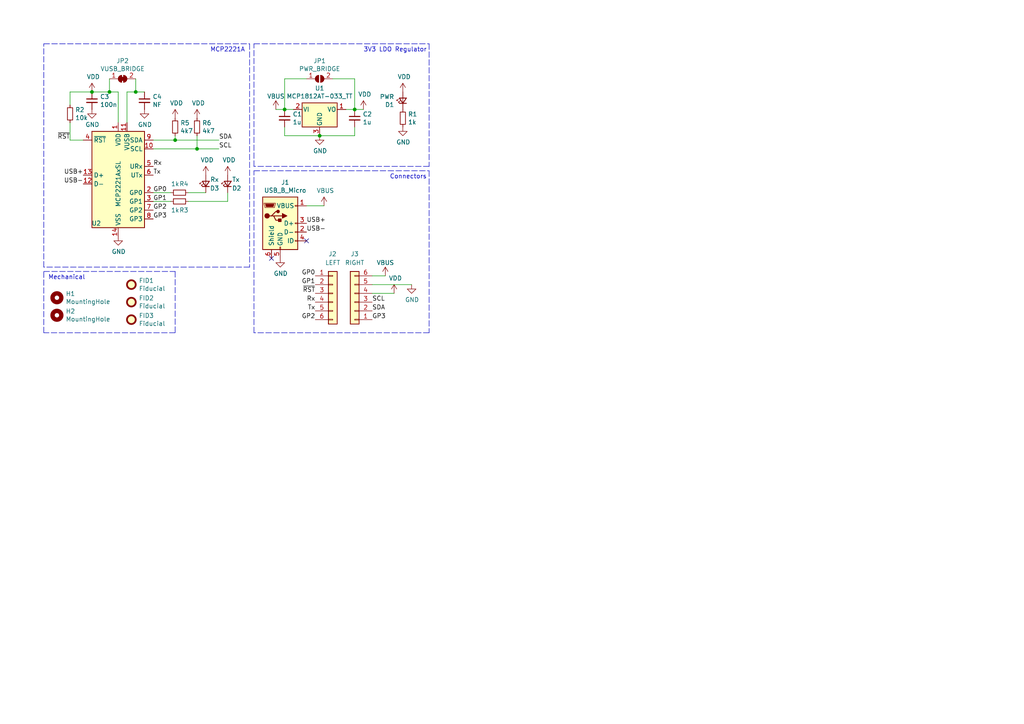
<source format=kicad_sch>
(kicad_sch (version 20211123) (generator eeschema)
  (paper "A4")
  (lib_symbols
    (symbol "Connector:USB_B_Micro" (pin_names (offset 1.016))
      (property "Reference" "J" (at -5.08 11.43 0))
      (property "Value" "USB_B_Micro" (at -5.08 8.89 0))
      (symbol "USB_B_Micro_0_1"
        (rectangle (start -5.08 -7.62) (end 5.08 7.62) (stroke (width 0.254)) (fill (type background)))
        (circle (center -3.81 2.159) (radius 0.635) (stroke (width 0.254)) (fill (type outline)))
        (circle (center -0.635 3.429) (radius 0.381) (stroke (width 0.254)) (fill (type outline)))
        (rectangle (start -0.127 -7.62) (end 0.127 -6.858))
        (polyline (pts (xy -1.905 2.159) (xy 0.635 2.159)) (stroke (width 0.254)))
        (polyline (pts (xy -3.175 2.159) (xy -2.54 2.159) (xy -1.27 3.429) (xy -0.635 3.429)) (stroke (width 0.254)))
        (polyline (pts (xy -2.54 2.159) (xy -1.905 2.159) (xy -1.27 0.889) (xy 0 0.889)) (stroke (width 0.254)))
        (polyline (pts (xy 0.635 2.794) (xy 0.635 1.524) (xy 1.905 2.159) (xy 0.635 2.794)) (stroke (width 0.254)) (fill (type outline)))
        (polyline (pts (xy -4.318 5.588) (xy -1.778 5.588) (xy -2.032 4.826) (xy -4.064 4.826) (xy -4.318 5.588)) (fill (type outline)))
        (polyline (pts (xy -4.699 5.842) (xy -4.699 5.588) (xy -4.445 4.826) (xy -4.445 4.572) (xy -1.651 4.572) (xy -1.651 4.826) (xy -1.397 5.588) (xy -1.397 5.842) (xy -4.699 5.842)))
        (rectangle (start 0.254 1.27) (end -0.508 0.508) (stroke (width 0.254)) (fill (type outline)))
        (rectangle (start 5.08 -5.207) (end 4.318 -4.953))
        (rectangle (start 5.08 -2.667) (end 4.318 -2.413))
        (rectangle (start 5.08 -0.127) (end 4.318 0.127))
        (rectangle (start 5.08 4.953) (end 4.318 5.207))
      )
      (symbol "USB_B_Micro_1_1"
        (pin power_out line (at 7.62 5.08 180) (length 2.54) (name "VBUS") (number "1"))
        (pin bidirectional line (at 7.62 -2.54 180) (length 2.54) (name "D-") (number "2"))
        (pin bidirectional line (at 7.62 0 180) (length 2.54) (name "D+") (number "3"))
        (pin passive line (at 7.62 -5.08 180) (length 2.54) (name "ID") (number "4"))
        (pin power_out line (at 0 -10.16 90) (length 2.54) (name "GND") (number "5"))
        (pin passive line (at -2.54 -10.16 90) (length 2.54) (name "Shield") (number "6"))
      )
    )
    (symbol "Connector_Generic:Conn_01x06" (pin_names (offset 1.016) hide)
      (property "Reference" "J" (at 0 7.62 0))
      (property "Value" "Conn_01x06" (at 0 -10.16 0))
      (symbol "Conn_01x06_1_1"
        (rectangle (start -1.27 -7.493) (end 0 -7.747) (stroke (width 0.1524)))
        (rectangle (start -1.27 -4.953) (end 0 -5.207) (stroke (width 0.1524)))
        (rectangle (start -1.27 -2.413) (end 0 -2.667) (stroke (width 0.1524)))
        (rectangle (start -1.27 0.127) (end 0 -0.127) (stroke (width 0.1524)))
        (rectangle (start -1.27 2.667) (end 0 2.413) (stroke (width 0.1524)))
        (rectangle (start -1.27 5.207) (end 0 4.953) (stroke (width 0.1524)))
        (rectangle (start -1.27 6.35) (end 1.27 -8.89) (stroke (width 0.254)) (fill (type background)))
        (pin passive line (at -5.08 5.08 0) (length 3.81) (name "Pin_1") (number "1"))
        (pin passive line (at -5.08 2.54 0) (length 3.81) (name "Pin_2") (number "2"))
        (pin passive line (at -5.08 0 0) (length 3.81) (name "Pin_3") (number "3"))
        (pin passive line (at -5.08 -2.54 0) (length 3.81) (name "Pin_4") (number "4"))
        (pin passive line (at -5.08 -5.08 0) (length 3.81) (name "Pin_5") (number "5"))
        (pin passive line (at -5.08 -7.62 0) (length 3.81) (name "Pin_6") (number "6"))
      )
    )
    (symbol "Device:C_Small" (pin_numbers hide) (pin_names (offset 0.254) hide)
      (property "Reference" "C" (at 0.254 1.778 0))
      (property "Value" "C_Small" (at 0.254 -2.032 0))
      (symbol "C_Small_0_1"
        (polyline (pts (xy -1.524 -0.508) (xy 1.524 -0.508)) (stroke (width 0.3302)))
        (polyline (pts (xy -1.524 0.508) (xy 1.524 0.508)) (stroke (width 0.3048)))
      )
      (symbol "C_Small_1_1"
        (pin passive line (at 0 2.54 270) (length 2.032) (name "~") (number "1"))
        (pin passive line (at 0 -2.54 90) (length 2.032) (name "~") (number "2"))
      )
    )
    (symbol "Device:LED_Small" (pin_numbers hide) (pin_names (offset 0.254) hide)
      (property "Reference" "D" (at -1.27 3.175 0))
      (property "Value" "LED_Small" (at -4.445 -2.54 0))
      (symbol "LED_Small_0_1"
        (polyline (pts (xy -0.762 -1.016) (xy -0.762 1.016)) (stroke (width 0.254)))
        (polyline (pts (xy 1.016 0) (xy -0.762 0)))
        (polyline (pts (xy 0.762 -1.016) (xy -0.762 0) (xy 0.762 1.016) (xy 0.762 -1.016)) (stroke (width 0.254)))
        (polyline (pts (xy 0 0.762) (xy -0.508 1.27) (xy -0.254 1.27) (xy -0.508 1.27) (xy -0.508 1.016)))
        (polyline (pts (xy 0.508 1.27) (xy 0 1.778) (xy 0.254 1.778) (xy 0 1.778) (xy 0 1.524)))
      )
      (symbol "LED_Small_1_1"
        (pin passive line (at -2.54 0 0) (length 1.778) (name "K") (number "1"))
        (pin passive line (at 2.54 0 180) (length 1.778) (name "A") (number "2"))
      )
    )
    (symbol "Device:R_Small" (pin_numbers hide) (pin_names (offset 0.254) hide)
      (property "Reference" "R" (at 0.762 0.508 0))
      (property "Value" "R_Small" (at 0.762 -1.016 0))
      (symbol "R_Small_0_1"
        (rectangle (start -0.762 1.778) (end 0.762 -1.778) (stroke (width 0.2032)))
      )
      (symbol "R_Small_1_1"
        (pin passive line (at 0 2.54 270) (length 0.762) (name "~") (number "1"))
        (pin passive line (at 0 -2.54 90) (length 0.762) (name "~") (number "2"))
      )
    )
    (symbol "Interface_USB:MCP2221AxSL"
      (property "Reference" "U" (at -7.62 16.51 0))
      (property "Value" "MCP2221AxSL" (at 12.7 16.51 0))
      (symbol "MCP2221AxSL_0_1"
        (rectangle (start -7.62 15.24) (end 7.62 -12.7) (stroke (width 0.254)) (fill (type background)))
      )
      (symbol "MCP2221AxSL_1_1"
        (pin power_in line (at 0 17.78 270) (length 2.54) (name "VDD") (number "1"))
        (pin bidirectional line (at 10.16 10.16 180) (length 2.54) (name "SCL") (number "10"))
        (pin passive line (at 2.54 17.78 270) (length 2.54) (name "VUSB") (number "11"))
        (pin bidirectional line (at -10.16 0 0) (length 2.54) (name "D-") (number "12"))
        (pin bidirectional line (at -10.16 2.54 0) (length 2.54) (name "D+") (number "13"))
        (pin power_in line (at 0 -15.24 90) (length 2.54) (name "VSS") (number "14"))
        (pin bidirectional line (at 10.16 -2.54 180) (length 2.54) (name "GP0") (number "2"))
        (pin bidirectional line (at 10.16 -5.08 180) (length 2.54) (name "GP1") (number "3"))
        (pin input line (at -10.16 12.7 0) (length 2.54) (name "~{RST}") (number "4"))
        (pin input line (at 10.16 5.08 180) (length 2.54) (name "URx") (number "5"))
        (pin output line (at 10.16 2.54 180) (length 2.54) (name "UTx") (number "6"))
        (pin bidirectional line (at 10.16 -7.62 180) (length 2.54) (name "GP2") (number "7"))
        (pin bidirectional line (at 10.16 -10.16 180) (length 2.54) (name "GP3") (number "8"))
        (pin bidirectional line (at 10.16 12.7 180) (length 2.54) (name "SDA") (number "9"))
      )
    )
    (symbol "Jumper:SolderJumper_2_Bridged" (pin_names (offset 0) hide)
      (property "Reference" "JP" (at 0 2.032 0))
      (property "Value" "SolderJumper_2_Bridged" (at 0 -2.54 0))
      (symbol "SolderJumper_2_Bridged_0_1"
        (rectangle (start -0.508 0.508) (end 0.508 -0.508) (fill (type outline)))
        (arc (start -0.254 1.016) (mid -1.27 0) (end -0.254 -1.016))
        (arc (start -0.254 1.016) (mid -1.27 0) (end -0.254 -1.016) (fill (type outline)))
        (polyline (pts (xy -0.254 1.016) (xy -0.254 -1.016)))
        (polyline (pts (xy 0.254 1.016) (xy 0.254 -1.016)))
        (arc (start 0.254 -1.016) (mid 1.27 0) (end 0.254 1.016))
        (arc (start 0.254 -1.016) (mid 1.27 0) (end 0.254 1.016) (fill (type outline)))
      )
      (symbol "SolderJumper_2_Bridged_1_1"
        (pin passive line (at -3.81 0 0) (length 2.54) (name "A") (number "1"))
        (pin passive line (at 3.81 0 180) (length 2.54) (name "B") (number "2"))
      )
    )
    (symbol "Jumper:SolderJumper_2_Open" (pin_names (offset 0) hide)
      (property "Reference" "JP" (at 0 2.032 0))
      (property "Value" "SolderJumper_2_Open" (at 0 -2.54 0))
      (symbol "SolderJumper_2_Open_0_1"
        (arc (start -0.254 1.016) (mid -1.27 0) (end -0.254 -1.016))
        (arc (start -0.254 1.016) (mid -1.27 0) (end -0.254 -1.016) (fill (type outline)))
        (polyline (pts (xy -0.254 1.016) (xy -0.254 -1.016)))
        (polyline (pts (xy 0.254 1.016) (xy 0.254 -1.016)))
        (arc (start 0.254 -1.016) (mid 1.27 0) (end 0.254 1.016))
        (arc (start 0.254 -1.016) (mid 1.27 0) (end 0.254 1.016) (fill (type outline)))
      )
      (symbol "SolderJumper_2_Open_1_1"
        (pin passive line (at -3.81 0 0) (length 2.54) (name "A") (number "1"))
        (pin passive line (at 3.81 0 180) (length 2.54) (name "B") (number "2"))
      )
    )
    (symbol "Mechanical:Fiducial"
      (property "Reference" "FID" (at 0 5.08 0))
      (property "Value" "Fiducial" (at 0 3.175 0))
      (symbol "Fiducial_0_1"
        (circle (center 0 0) (radius 1.27) (stroke (width 0.508)) (fill (type background)))
      )
    )
    (symbol "Mechanical:MountingHole" (pin_names (offset 1.016))
      (property "Reference" "H" (at 0 5.08 0))
      (property "Value" "MountingHole" (at 0 3.175 0))
      (symbol "MountingHole_0_1"
        (circle (center 0 0) (radius 1.27) (stroke (width 1.27)))
      )
    )
    (symbol "mcp2221a-breakout:MCP1812AT-033_TT" (pin_names (offset 0.254))
      (property "Reference" "U" (at -3.81 3.175 0))
      (property "Value" "MCP1812AT-033_TT" (at 0 3.175 0))
      (symbol "MCP1812AT-033_TT_0_1"
        (rectangle (start -5.08 1.905) (end 5.08 -5.08) (stroke (width 0.254)) (fill (type background)))
      )
      (symbol "MCP1812AT-033_TT_1_1"
        (pin power_out line (at 7.62 0 180) (length 2.54) (name "VO") (number "1"))
        (pin power_in line (at -7.62 0 0) (length 2.54) (name "VI") (number "2"))
        (pin power_in line (at 0 -7.62 90) (length 2.54) (name "GND") (number "3"))
      )
    )
    (symbol "power:GND" (power) (pin_names (offset 0))
      (property "Value" "GND" (at 0 -3.81 0))
      (symbol "GND_0_1"
        (polyline (pts (xy 0 0) (xy 0 -1.27) (xy 1.27 -1.27) (xy 0 -2.54) (xy -1.27 -1.27) (xy 0 -1.27)))
      )
      (symbol "GND_1_1"
        (pin power_in line (at 0 0 270) (length 0) hide (name "GND") (number "1"))
      )
    )
    (symbol "power:VBUS" (power) (pin_names (offset 0))
      (property "Value" "VBUS" (at 0 3.81 0))
      (symbol "VBUS_0_1"
        (polyline (pts (xy -0.762 1.27) (xy 0 2.54)))
        (polyline (pts (xy 0 0) (xy 0 2.54)))
        (polyline (pts (xy 0 2.54) (xy 0.762 1.27)))
      )
      (symbol "VBUS_1_1"
        (pin power_in line (at 0 0 90) (length 0) hide (name "VBUS") (number "1"))
      )
    )
    (symbol "power:VDD" (power) (pin_names (offset 0))
      (property "Value" "VDD" (at 0 3.81 0))
      (symbol "VDD_0_1"
        (polyline (pts (xy -0.762 1.27) (xy 0 2.54)))
        (polyline (pts (xy 0 0) (xy 0 2.54)))
        (polyline (pts (xy 0 2.54) (xy 0.762 1.27)))
      )
      (symbol "VDD_1_1"
        (pin power_in line (at 0 0 90) (length 0) hide (name "VDD") (number "1"))
      )
    )
  )
  (junction (at 31.75 26.67))
  (junction (at 57.15 43.18))
  (junction (at 82.55 31.75))
  (junction (at 102.87 31.75))
  (junction (at 92.71 39.37))
  (junction (at 39.37 26.67))
  (junction (at 50.8 40.64))
  (junction (at 26.67 26.67))
  (no_connect (at 88.9 69.85))
  (no_connect (at 78.74 74.93))
  (wire (pts (xy 102.87 31.75) (xy 102.87 22.86)))
  (polyline (pts (xy 12.7 78.74) (xy 50.8 78.74)))
  (polyline (pts (xy 73.66 96.52) (xy 73.66 49.53)))
  (wire (pts (xy 54.61 55.88) (xy 59.69 55.88)))
  (wire (pts (xy 93.98 59.69) (xy 88.9 59.69)))
  (wire (pts (xy 105.41 31.75) (xy 102.87 31.75)))
  (wire (pts (xy 34.29 26.67) (xy 31.75 26.67)))
  (wire (pts (xy 24.13 40.64) (xy 20.32 40.64)))
  (wire (pts (xy 82.55 22.86) (xy 88.9 22.86)))
  (polyline (pts (xy 124.46 49.53) (xy 124.46 96.52)))
  (wire (pts (xy 54.61 58.42) (xy 66.04 58.42)))
  (wire (pts (xy 114.3 85.09) (xy 107.95 85.09)))
  (polyline (pts (xy 73.66 48.26) (xy 73.66 12.7)))
  (polyline (pts (xy 124.46 12.7) (xy 124.46 48.26)))
  (wire (pts (xy 36.83 35.56) (xy 36.83 26.67)))
  (wire (pts (xy 39.37 26.67) (xy 41.91 26.67)))
  (polyline (pts (xy 73.66 49.53) (xy 124.46 49.53)))
  (polyline (pts (xy 50.8 96.52) (xy 12.7 96.52)))
  (wire (pts (xy 39.37 22.86) (xy 39.37 26.67)))
  (wire (pts (xy 82.55 39.37) (xy 92.71 39.37)))
  (wire (pts (xy 82.55 36.83) (xy 82.55 39.37)))
  (wire (pts (xy 36.83 26.67) (xy 39.37 26.67)))
  (wire (pts (xy 57.15 43.18) (xy 57.15 39.37)))
  (wire (pts (xy 102.87 39.37) (xy 102.87 36.83)))
  (polyline (pts (xy 50.8 78.74) (xy 50.8 96.52)))
  (wire (pts (xy 31.75 22.86) (xy 31.75 26.67)))
  (wire (pts (xy 57.15 43.18) (xy 63.5 43.18)))
  (wire (pts (xy 44.45 40.64) (xy 50.8 40.64)))
  (polyline (pts (xy 12.7 96.52) (xy 12.7 78.74)))
  (polyline (pts (xy 124.46 48.26) (xy 73.66 48.26)))
  (wire (pts (xy 20.32 26.67) (xy 26.67 26.67)))
  (wire (pts (xy 31.75 26.67) (xy 26.67 26.67)))
  (wire (pts (xy 92.71 39.37) (xy 102.87 39.37)))
  (wire (pts (xy 44.45 55.88) (xy 49.53 55.88)))
  (wire (pts (xy 82.55 31.75) (xy 85.09 31.75)))
  (wire (pts (xy 80.01 31.75) (xy 82.55 31.75)))
  (wire (pts (xy 34.29 35.56) (xy 34.29 26.67)))
  (wire (pts (xy 50.8 40.64) (xy 63.5 40.64)))
  (polyline (pts (xy 73.66 12.7) (xy 124.46 12.7)))
  (wire (pts (xy 102.87 31.75) (xy 100.33 31.75)))
  (wire (pts (xy 20.32 30.48) (xy 20.32 26.67)))
  (polyline (pts (xy 72.39 77.47) (xy 12.7 77.47)))
  (polyline (pts (xy 124.46 96.52) (xy 73.66 96.52)))
  (polyline (pts (xy 12.7 12.7) (xy 72.39 12.7)))
  (wire (pts (xy 66.04 58.42) (xy 66.04 55.88)))
  (wire (pts (xy 20.32 40.64) (xy 20.32 35.56)))
  (polyline (pts (xy 72.39 12.7) (xy 72.39 77.47)))
  (wire (pts (xy 44.45 58.42) (xy 49.53 58.42)))
  (wire (pts (xy 50.8 40.64) (xy 50.8 39.37)))
  (wire (pts (xy 44.45 43.18) (xy 57.15 43.18)))
  (wire (pts (xy 107.95 82.55) (xy 119.38 82.55)))
  (wire (pts (xy 111.76 80.01) (xy 107.95 80.01)))
  (polyline (pts (xy 12.7 77.47) (xy 12.7 12.7)))
  (wire (pts (xy 102.87 22.86) (xy 96.52 22.86)))
  (wire (pts (xy 82.55 31.75) (xy 82.55 22.86)))
  (text "3V3 LDO Regulator\n" (at 105.41 15.24 0) (effects (font (size 1.27 1.27)) (justify left bottom)))
  (text "Connectors\n" (at 113.03 52.07 0) (effects (font (size 1.27 1.27)) (justify left bottom)))
  (text "Mechanical" (at 13.97 81.28 0) (effects (font (size 1.27 1.27)) (justify left bottom)))
  (text "MCP2221A" (at 60.96 15.24 0) (effects (font (size 1.27 1.27)) (justify left bottom)))
  (label "SDA" (at 63.5 40.64 0))
  (label "Rx" (at 91.44 87.63 180))
  (label "USB-" (at 24.13 53.34 180))
  (label "GP3" (at 44.45 63.5 0))
  (label "Tx" (at 44.45 50.8 0))
  (label "GP0" (at 44.45 55.88 0))
  (label "SDA" (at 107.95 90.17 0))
  (label "~{RST}" (at 20.32 40.64 180))
  (label "GP0" (at 91.44 80.01 180))
  (label "GP2" (at 44.45 60.96 0))
  (label "GP1" (at 91.44 82.55 180))
  (label "USB+" (at 24.13 50.8 180))
  (label "Tx" (at 91.44 90.17 180))
  (label "USB-" (at 88.9 67.31 0))
  (label "Rx" (at 44.45 48.26 0))
  (label "~{RST}" (at 91.44 85.09 180))
  (label "GP2" (at 91.44 92.71 180))
  (label "SCL" (at 107.95 87.63 0))
  (label "USB+" (at 88.9 64.77 0))
  (label "GP1" (at 44.45 58.42 0))
  (label "SCL" (at 63.5 43.18 0))
  (label "GP3" (at 107.95 92.71 0))
  (symbol (lib_id "Interface_USB:MCP2221AxSL") (at 34.29 53.34 0) (unit 1)
    (property "Reference" "U2" (at 27.94 64.77 0))
    (property "Value" "MCP2221AxSL" (at 34.29 53.34 90))
    (property "Footprint" "Package_SO:SOIC-14_3.9x8.7mm_P1.27mm" (effects hide))
    (property "Datasheet" "http://ww1.microchip.com/downloads/en/DeviceDoc/20005565B.pdf" (effects hide))
  )
  (symbol (lib_id "Connector:USB_B_Micro") (at 81.28 64.77 0) (unit 1)
    (property "Reference" "J1" (at 82.7278 52.9082 0))
    (property "Value" "USB_B_Micro" (at 82.7278 55.2196 0))
    (property "Footprint" "Connector_USB:USB_Micro-B_Molex-105017-0001" (effects hide))
  )
  (symbol (lib_id "Device:LED_Small") (at 116.84 29.21 90) (unit 1)
    (property "Reference" "D1" (at 114.3508 30.3784 90) (effects (justify left)))
    (property "Value" "PWR" (at 114.3508 28.067 90) (effects (justify left)))
    (property "Footprint" "LED_SMD:LED_0805_2012Metric" (effects hide))
  )
  (symbol (lib_id "Device:R_Small") (at 116.84 34.29 180) (unit 1)
    (property "Reference" "R1" (at 118.3386 33.1216 0) (effects (justify right)))
    (property "Value" "1k" (at 118.3386 35.433 0) (effects (justify right)))
    (property "Footprint" "Resistor_SMD:R_0603_1608Metric" (effects hide))
  )
  (symbol (lib_id "Device:R_Small") (at 52.07 55.88 90) (unit 1)
    (property "Reference" "R4" (at 53.34 53.34 90))
    (property "Value" "1k" (at 50.8 53.34 90))
    (property "Footprint" "Resistor_SMD:R_0603_1608Metric" (effects hide))
  )
  (symbol (lib_id "Device:R_Small") (at 52.07 58.42 90) (unit 1)
    (property "Reference" "R3" (at 53.34 60.96 90))
    (property "Value" "1k" (at 50.8 60.96 90))
    (property "Footprint" "Resistor_SMD:R_0603_1608Metric" (effects hide))
  )
  (symbol (lib_id "Device:C_Small") (at 82.55 34.29 0) (unit 1)
    (property "Reference" "C1" (at 84.8868 33.1216 0) (effects (justify left)))
    (property "Value" "1u" (at 84.8868 35.433 0) (effects (justify left)))
    (property "Footprint" "Capacitor_SMD:C_0603_1608Metric" (effects hide))
  )
  (symbol (lib_id "Device:C_Small") (at 102.87 34.29 0) (unit 1)
    (property "Reference" "C2" (at 105.2068 33.1216 0) (effects (justify left)))
    (property "Value" "1u" (at 105.2068 35.433 0) (effects (justify left)))
    (property "Footprint" "Capacitor_SMD:C_0603_1608Metric" (effects hide))
  )
  (symbol (lib_id "Device:C_Small") (at 26.67 29.21 0) (unit 1)
    (property "Reference" "C3" (at 29.0068 28.0416 0) (effects (justify left)))
    (property "Value" "100n" (at 29.0068 30.353 0) (effects (justify left)))
    (property "Footprint" "Capacitor_SMD:C_0603_1608Metric" (effects hide))
  )
  (symbol (lib_id "power:VBUS") (at 93.98 59.69 0) (unit 1)
    (property "Reference" "#PWR01" (effects hide))
    (property "Value" "VBUS" (at 94.361 55.2958 0))
  )
  (symbol (lib_id "power:GND") (at 81.28 74.93 0) (unit 1)
    (property "Reference" "#PWR04" (effects hide))
    (property "Value" "GND" (at 81.407 79.3242 0))
  )
  (symbol (lib_id "power:VBUS") (at 80.01 31.75 0) (unit 1)
    (property "Reference" "#PWR02" (effects hide))
    (property "Value" "VBUS" (at 80.01 27.94 0))
  )
  (symbol (lib_id "power:GND") (at 92.71 39.37 0) (unit 1)
    (property "Reference" "#PWR05" (effects hide))
    (property "Value" "GND" (at 92.837 43.7642 0))
  )
  (symbol (lib_id "power:VDD") (at 105.41 31.75 0) (unit 1)
    (property "Reference" "#PWR03" (effects hide))
    (property "Value" "VDD" (at 105.791 27.3558 0))
  )
  (symbol (lib_id "Jumper:SolderJumper_2_Open") (at 92.71 22.86 0) (unit 1)
    (property "Reference" "JP1" (at 92.71 17.653 0))
    (property "Value" "PWR_BRIDGE" (at 92.71 19.9644 0))
    (property "Footprint" "Jumper:SolderJumper-2_P1.3mm_Open_RoundedPad1.0x1.5mm" (effects hide))
  )
  (symbol (lib_id "Jumper:SolderJumper_2_Bridged") (at 35.56 22.86 0) (unit 1)
    (property "Reference" "JP2" (at 35.56 17.653 0))
    (property "Value" "VUSB_BRIDGE" (at 35.56 19.9644 0))
    (property "Footprint" "Jumper:SolderJumper-2_P1.3mm_Bridged_RoundedPad1.0x1.5mm" (effects hide))
  )
  (symbol (lib_id "Device:LED_Small") (at 66.04 53.34 90) (unit 1)
    (property "Reference" "D2" (at 67.31 54.61 90) (effects (justify right)))
    (property "Value" "Tx" (at 67.31 52.07 90) (effects (justify right)))
    (property "Footprint" "LED_SMD:LED_0805_2012Metric" (effects hide))
  )
  (symbol (lib_id "Device:LED_Small") (at 59.69 53.34 90) (unit 1)
    (property "Reference" "D3" (at 62.23 54.61 90))
    (property "Value" "Rx" (at 62.23 52.07 90))
    (property "Footprint" "LED_SMD:LED_0805_2012Metric" (effects hide))
  )
  (symbol (lib_id "power:VDD") (at 59.69 50.8 0) (unit 1)
    (property "Reference" "#PWR016" (effects hide))
    (property "Value" "VDD" (at 60.071 46.4058 0))
  )
  (symbol (lib_id "Device:C_Small") (at 41.91 29.21 0) (unit 1)
    (property "Reference" "C4" (at 44.2468 28.0416 0) (effects (justify left)))
    (property "Value" "NF" (at 44.2468 30.353 0) (effects (justify left)))
    (property "Footprint" "Capacitor_SMD:C_0603_1608Metric" (effects hide))
  )
  (symbol (lib_id "power:GND") (at 26.67 31.75 0) (unit 1)
    (property "Reference" "#PWR09" (effects hide))
    (property "Value" "GND" (at 26.797 36.1442 0))
  )
  (symbol (lib_id "power:GND") (at 41.91 31.75 0) (unit 1)
    (property "Reference" "#PWR010" (effects hide))
    (property "Value" "GND" (at 42.037 36.1442 0))
  )
  (symbol (lib_id "power:VDD") (at 26.67 26.67 0) (unit 1)
    (property "Reference" "#PWR07" (effects hide))
    (property "Value" "VDD" (at 27.051 22.2758 0))
  )
  (symbol (lib_id "Device:R_Small") (at 20.32 33.02 180) (unit 1)
    (property "Reference" "R2" (at 21.8186 31.8516 0) (effects (justify right)))
    (property "Value" "10k" (at 21.8186 34.163 0) (effects (justify right)))
    (property "Footprint" "Resistor_SMD:R_0603_1608Metric" (effects hide))
  )
  (symbol (lib_id "power:GND") (at 34.29 68.58 0) (unit 1)
    (property "Reference" "#PWR012" (effects hide))
    (property "Value" "GND" (at 34.417 72.9742 0))
  )
  (symbol (lib_id "power:VDD") (at 116.84 26.67 0) (unit 1)
    (property "Reference" "#PWR06" (effects hide))
    (property "Value" "VDD" (at 117.221 22.2758 0))
  )
  (symbol (lib_id "power:GND") (at 116.84 36.83 0) (unit 1)
    (property "Reference" "#PWR08" (effects hide))
    (property "Value" "GND" (at 116.967 41.2242 0))
  )
  (symbol (lib_id "power:VDD") (at 66.04 50.8 0) (unit 1)
    (property "Reference" "#PWR011" (effects hide))
    (property "Value" "VDD" (at 66.421 46.4058 0))
  )
  (symbol (lib_id "Connector_Generic:Conn_01x06") (at 96.52 85.09 0) (unit 1)
    (property "Reference" "J2" (at 95.25 73.66 0) (effects (justify left)))
    (property "Value" "LEFT" (at 96.52 76.2 0))
    (property "Footprint" "Connector_PinHeader_2.54mm:PinHeader_1x06_P2.54mm_Vertical" (effects hide))
  )
  (symbol (lib_id "Connector_Generic:Conn_01x06") (at 102.87 87.63 180) (unit 1)
    (property "Reference" "J3" (at 102.87 73.66 0))
    (property "Value" "RIGHT" (at 102.87 76.2 0))
    (property "Footprint" "Connector_PinHeader_2.54mm:PinHeader_1x06_P2.54mm_Vertical" (effects hide))
  )
  (symbol (lib_id "Mechanical:Fiducial") (at 38.1 92.71 0) (unit 1)
    (property "Reference" "FID3" (at 40.259 91.5416 0) (effects (justify left)))
    (property "Value" "Fiducial" (at 40.259 93.853 0) (effects (justify left)))
    (property "Footprint" "Fiducial:Fiducial_1mm_Mask2mm" (effects hide))
  )
  (symbol (lib_id "power:VBUS") (at 111.76 80.01 0) (unit 1)
    (property "Reference" "#PWR013" (effects hide))
    (property "Value" "VBUS" (at 111.76 76.2 0))
  )
  (symbol (lib_id "Mechanical:Fiducial") (at 38.1 87.63 0) (unit 1)
    (property "Reference" "FID2" (at 40.259 86.4616 0) (effects (justify left)))
    (property "Value" "Fiducial" (at 40.259 88.773 0) (effects (justify left)))
    (property "Footprint" "Fiducial:Fiducial_1mm_Mask2mm" (effects hide))
  )
  (symbol (lib_id "Mechanical:Fiducial") (at 38.1 82.55 0) (unit 1)
    (property "Reference" "FID1" (at 40.259 81.3816 0) (effects (justify left)))
    (property "Value" "Fiducial" (at 40.259 83.693 0) (effects (justify left)))
    (property "Footprint" "Fiducial:Fiducial_1mm_Mask2mm" (effects hide))
  )
  (symbol (lib_id "power:VDD") (at 114.3 85.09 0) (unit 1)
    (property "Reference" "#PWR014" (effects hide))
    (property "Value" "VDD" (at 114.681 80.6958 0))
  )
  (symbol (lib_id "Mechanical:MountingHole") (at 16.51 91.44 0) (unit 1)
    (property "Reference" "H2" (at 19.05 90.2716 0) (effects (justify left)))
    (property "Value" "MountingHole" (at 19.05 92.583 0) (effects (justify left)))
    (property "Footprint" "MountingHole:MountingHole_2.7mm_M2.5_DIN965_Pad" (effects hide))
  )
  (symbol (lib_id "Mechanical:MountingHole") (at 16.51 86.36 0) (unit 1)
    (property "Reference" "H1" (at 19.05 85.1916 0) (effects (justify left)))
    (property "Value" "MountingHole" (at 19.05 87.503 0) (effects (justify left)))
    (property "Footprint" "MountingHole:MountingHole_2.7mm_M2.5_DIN965_Pad" (effects hide))
  )
  (symbol (lib_id "power:GND") (at 119.38 82.55 0) (unit 1)
    (property "Reference" "#PWR015" (effects hide))
    (property "Value" "GND" (at 119.507 86.9442 0))
  )
  (symbol (lib_id "Device:R_Small") (at 50.8 36.83 180) (unit 1)
    (property "Reference" "R5" (at 52.2986 35.6616 0) (effects (justify right)))
    (property "Value" "4k7" (at 52.2986 37.973 0) (effects (justify right)))
    (property "Footprint" "Resistor_SMD:R_0603_1608Metric" (effects hide))
  )
  (symbol (lib_id "Device:R_Small") (at 57.15 36.83 180) (unit 1)
    (property "Reference" "R6" (at 58.6486 35.6616 0) (effects (justify right)))
    (property "Value" "4k7" (at 58.6486 37.973 0) (effects (justify right)))
    (property "Footprint" "Resistor_SMD:R_0603_1608Metric" (effects hide))
  )
  (symbol (lib_id "power:VDD") (at 50.8 34.29 0) (unit 1)
    (property "Reference" "#PWR017" (effects hide))
    (property "Value" "VDD" (at 51.181 29.8958 0))
  )
  (symbol (lib_id "power:VDD") (at 57.15 34.29 0) (unit 1)
    (property "Reference" "#PWR018" (effects hide))
    (property "Value" "VDD" (at 57.531 29.8958 0))
  )
  (symbol (lib_id "mcp2221a-breakout:MCP1812AT-033_TT") (at 92.71 31.75 0) (unit 1)
    (property "Reference" "U1" (at 92.71 25.6032 0))
    (property "Value" "MCP1812AT-033_TT" (at 92.71 27.9146 0))
    (property "Footprint" "Package_TO_SOT_SMD:SOT-23" (effects hide))
    (property "Datasheet" "https://www.farnell.com/datasheets/2722379.pdf" (effects hide))
  )
)
</source>
